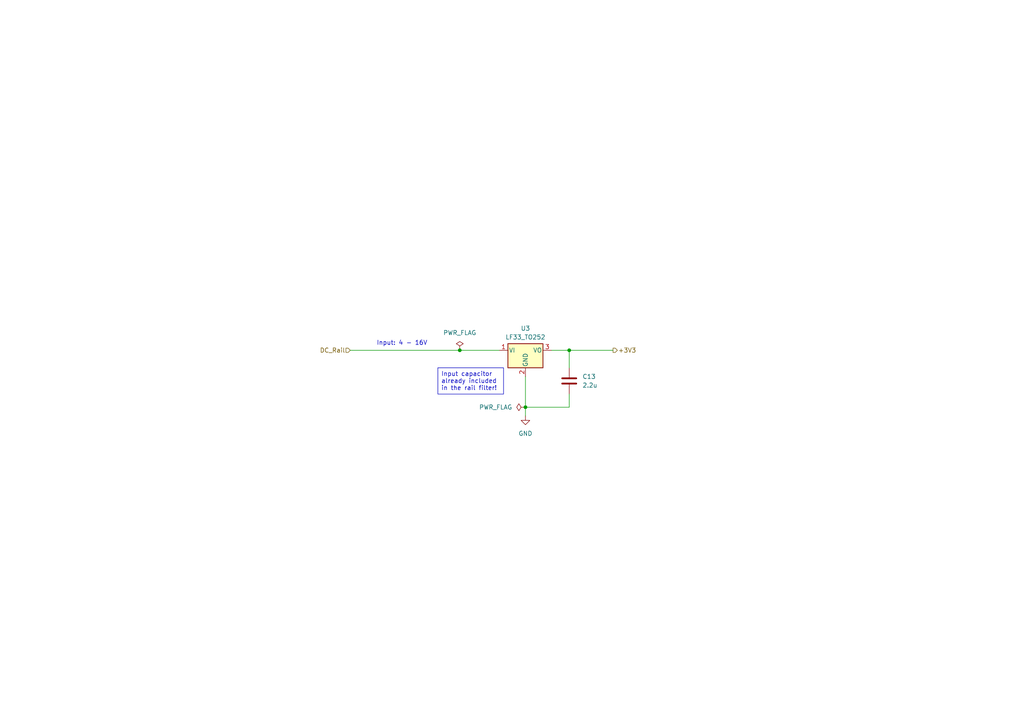
<source format=kicad_sch>
(kicad_sch (version 20230121) (generator eeschema)
  (paper "A4")
  (title_block (title "Power Supplies") (rev "A") (company "Sebastian Oberschwendtner") (comment 1 "OTP-24 oTrain Control - Rail Transceiver") (comment 2 "www.github.com/SebastianOberschwendtner/OTP24-oTrainControl"))
  (lib_symbols
    (symbol "Device:C" (pin_numbers hide) (pin_names (offset 0.254))
      (property "Reference" "C" (at 0.635 2.54 0))
      (property "Value" "C" (at 0.635 -2.54 0))
      (symbol "C_0_1"
        (polyline (pts (xy -2.032 -0.762) (xy 2.032 -0.762)) (stroke (width 0.508)))
        (polyline (pts (xy -2.032 0.762) (xy 2.032 0.762)) (stroke (width 0.508)))
      )
      (symbol "C_1_1"
        (pin passive line (at 0 3.81 270) (length 2.794) (name "~") (number "1"))
        (pin passive line (at 0 -3.81 90) (length 2.794) (name "~") (number "2"))
      )
    )
    (symbol "Regulator_Linear:LF33_TO252" (pin_names (offset 0.254))
      (property "Reference" "U" (at -3.81 3.175 0))
      (property "Value" "LF33_TO252" (at 0 3.175 0))
      (symbol "LF33_TO252_0_1"
        (rectangle (start -5.08 1.905) (end 5.08 -5.08) (stroke (width 0.254)) (fill (type background)))
      )
      (symbol "LF33_TO252_1_1"
        (pin power_in line (at -7.62 0 0) (length 2.54) (name "VI") (number "1"))
        (pin power_in line (at 0 -7.62 90) (length 2.54) (name "GND") (number "2"))
        (pin power_out line (at 7.62 0 180) (length 2.54) (name "VO") (number "3"))
      )
    )
    (symbol "power:GND" (power) (pin_names (offset 0))
      (property "Value" "GND" (at 0 -3.81 0))
      (symbol "GND_0_1"
        (polyline (pts (xy 0 0) (xy 0 -1.27) (xy 1.27 -1.27) (xy 0 -2.54) (xy -1.27 -1.27) (xy 0 -1.27)))
      )
      (symbol "GND_1_1"
        (pin power_in line (at 0 0 270) (length 0) hide (name "GND") (number "1"))
      )
    )
    (symbol "power:PWR_FLAG" (power) (pin_numbers hide) (pin_names (offset 0) hide)
      (property "Value" "PWR_FLAG" (at 0 3.81 0))
      (symbol "PWR_FLAG_0_0"
        (pin power_out line (at 0 0 90) (length 0) (name "pwr") (number "1"))
      )
      (symbol "PWR_FLAG_0_1"
        (polyline (pts (xy 0 0) (xy 0 1.27) (xy -1.016 1.905) (xy 0 2.54) (xy 1.016 1.905) (xy 0 1.27)))
      )
    )
  )
  (junction (at 165.1 101.6))
  (junction (at 133.35 101.6))
  (junction (at 152.4 118.11))
  (wire (pts (xy 165.1 114.3) (xy 165.1 118.11)))
  (wire (pts (xy 133.35 101.6) (xy 144.78 101.6)))
  (wire (pts (xy 160.02 101.6) (xy 165.1 101.6)))
  (wire (pts (xy 152.4 118.11) (xy 152.4 120.65)))
  (wire (pts (xy 152.4 118.11) (xy 152.4 109.22)))
  (wire (pts (xy 165.1 101.6) (xy 165.1 106.68)))
  (wire (pts (xy 165.1 101.6) (xy 177.8 101.6)))
  (wire (pts (xy 152.4 118.11) (xy 165.1 118.11)))
  (wire (pts (xy 101.6 101.6) (xy 133.35 101.6)))
  (text_box "Input capacitor already included in the rail filter!" (at 127 106.68 0) (size 19.05 7.62) (effects (font (size 1.27 1.27)) (justify left top)))
  (text "Input: 4 - 16V" (at 109.22 100.33 0) (effects (font (size 1.27 1.27)) (justify left bottom)))
  (hierarchical_label "+3V3" (shape output) (at 177.8 101.6 0))
  (hierarchical_label "DC_Rail" (shape input) (at 101.6 101.6 180))
  (symbol (lib_id "Device:C") (at 165.1 110.49 0) (unit 1)
    (property "Reference" "C13" (at 168.91 109.22 0) (effects (justify left)))
    (property "Value" "2.2u" (at 168.91 111.76 0) (effects (justify left)))
    (property "Footprint" "Capacitor_SMD:C_0805_2012Metric_Pad1.18x1.45mm_HandSolder" (effects hide))
  )
  (symbol (lib_id "power:PWR_FLAG") (at 133.35 101.6 0) (unit 1)
    (property "Reference" "#FLG02" (effects hide))
    (property "Value" "PWR_FLAG" (at 133.35 96.52 0))
  )
  (symbol (lib_id "power:PWR_FLAG") (at 152.4 118.11 90) (unit 1)
    (property "Reference" "#FLG01" (effects hide))
    (property "Value" "PWR_FLAG" (at 148.59 118.11 90) (effects (justify left)))
  )
  (symbol (lib_id "power:GND") (at 152.4 120.65 0) (unit 1)
    (property "Reference" "#PWR019" (effects hide))
    (property "Value" "GND" (at 152.4 125.73 0))
  )
  (symbol (lib_id "Regulator_Linear:LF33_TO252") (at 152.4 101.6 0) (unit 1)
    (property "Reference" "U3" (at 152.4 95.25 0))
    (property "Value" "LF33_TO252" (at 152.4 97.79 0))
    (property "Footprint" "Package_TO_SOT_SMD:TO-252-2" (effects hide))
    (property "Datasheet" "http://www.st.com/content/ccc/resource/technical/document/datasheet/c4/0e/7e/2a/be/bc/4c/bd/CD00000546.pdf/files/CD00000546.pdf/jcr:content/translations/en.CD00000546.pdf" (effects hide))
  )
)
</source>
